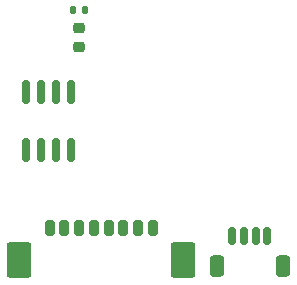
<source format=gbr>
%TF.GenerationSoftware,KiCad,Pcbnew,(6.0.0-0)*%
%TF.CreationDate,2022-03-07T15:49:25-05:00*%
%TF.ProjectId,qwiic,71776969-632e-46b6-9963-61645f706362,rev?*%
%TF.SameCoordinates,Original*%
%TF.FileFunction,Paste,Top*%
%TF.FilePolarity,Positive*%
%FSLAX46Y46*%
G04 Gerber Fmt 4.6, Leading zero omitted, Abs format (unit mm)*
G04 Created by KiCad (PCBNEW (6.0.0-0)) date 2022-03-07 15:49:25*
%MOMM*%
%LPD*%
G01*
G04 APERTURE LIST*
G04 Aperture macros list*
%AMRoundRect*
0 Rectangle with rounded corners*
0 $1 Rounding radius*
0 $2 $3 $4 $5 $6 $7 $8 $9 X,Y pos of 4 corners*
0 Add a 4 corners polygon primitive as box body*
4,1,4,$2,$3,$4,$5,$6,$7,$8,$9,$2,$3,0*
0 Add four circle primitives for the rounded corners*
1,1,$1+$1,$2,$3*
1,1,$1+$1,$4,$5*
1,1,$1+$1,$6,$7*
1,1,$1+$1,$8,$9*
0 Add four rect primitives between the rounded corners*
20,1,$1+$1,$2,$3,$4,$5,0*
20,1,$1+$1,$4,$5,$6,$7,0*
20,1,$1+$1,$6,$7,$8,$9,0*
20,1,$1+$1,$8,$9,$2,$3,0*%
G04 Aperture macros list end*
%ADD10RoundRect,0.200000X-0.200000X-0.450000X0.200000X-0.450000X0.200000X0.450000X-0.200000X0.450000X0*%
%ADD11RoundRect,0.250001X-0.799999X-1.249999X0.799999X-1.249999X0.799999X1.249999X-0.799999X1.249999X0*%
%ADD12RoundRect,0.135000X0.135000X0.185000X-0.135000X0.185000X-0.135000X-0.185000X0.135000X-0.185000X0*%
%ADD13RoundRect,0.150000X0.150000X0.625000X-0.150000X0.625000X-0.150000X-0.625000X0.150000X-0.625000X0*%
%ADD14RoundRect,0.250000X0.350000X0.650000X-0.350000X0.650000X-0.350000X-0.650000X0.350000X-0.650000X0*%
%ADD15RoundRect,0.150000X0.150000X-0.825000X0.150000X0.825000X-0.150000X0.825000X-0.150000X-0.825000X0*%
%ADD16RoundRect,0.218750X-0.256250X0.218750X-0.256250X-0.218750X0.256250X-0.218750X0.256250X0.218750X0*%
G04 APERTURE END LIST*
D10*
%TO.C,J2*%
X96082000Y-82189000D03*
X97332000Y-82189000D03*
X98582000Y-82189000D03*
X99832000Y-82189000D03*
X101082000Y-82189000D03*
X102332000Y-82189000D03*
X103582000Y-82189000D03*
X104832000Y-82189000D03*
D11*
X107382000Y-84939000D03*
X93532000Y-84939000D03*
%TD*%
D12*
%TO.C,R1*%
X99062000Y-63754000D03*
X98042000Y-63754000D03*
%TD*%
D13*
%TO.C,J1*%
X111530000Y-82895000D03*
X112530000Y-82895000D03*
X113530000Y-82895000D03*
X114530000Y-82895000D03*
D14*
X115830000Y-85420000D03*
X110230000Y-85420000D03*
%TD*%
D15*
%TO.C,U2*%
X94107000Y-75627000D03*
X95377000Y-75627000D03*
X96647000Y-75627000D03*
X97917000Y-75627000D03*
X97917000Y-70677000D03*
X96647000Y-70677000D03*
X95377000Y-70677000D03*
X94107000Y-70677000D03*
%TD*%
D16*
%TO.C,D1*%
X98552000Y-66827500D03*
X98552000Y-65252500D03*
%TD*%
M02*

</source>
